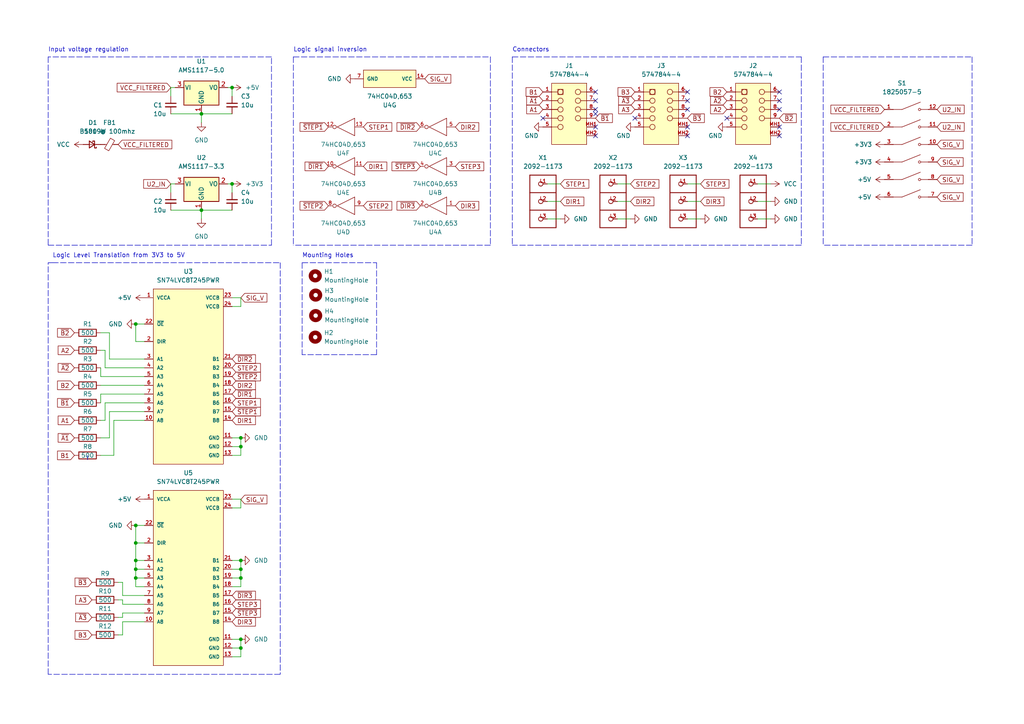
<source format=kicad_sch>
(kicad_sch (version 20211123) (generator eeschema)
  (paper "A4")
  (lib_symbols
    (symbol "1825057-5:1825057-5" (pin_names (offset 1.016) hide)
      (property "Reference" "S" (at -2.54 15.24 0))
      (property "Value" "1825057-5" (at -2.54 -15.24 0))
      (symbol "1825057-5_0_0"
        (pin passive line (at -7.62 12.7 0) (length 2.54) (name "~") (number "1"))
        (pin passive line (at 7.62 2.54 180) (length 2.54) (name "~") (number "10"))
        (pin passive line (at 7.62 7.62 180) (length 2.54) (name "~") (number "11"))
        (pin passive line (at 7.62 12.7 180) (length 2.54) (name "~") (number "12"))
        (pin passive line (at -7.62 7.62 0) (length 2.54) (name "~") (number "2"))
        (pin passive line (at -7.62 2.54 0) (length 2.54) (name "~") (number "3"))
        (pin passive line (at -7.62 -2.54 0) (length 2.54) (name "~") (number "4"))
        (pin passive line (at -7.62 -7.62 0) (length 2.54) (name "~") (number "5"))
        (pin passive line (at -7.62 -12.7 0) (length 2.54) (name "~") (number "6"))
        (pin passive line (at 7.62 -12.7 180) (length 2.54) (name "~") (number "7"))
        (pin passive line (at 7.62 -7.62 180) (length 2.54) (name "~") (number "8"))
        (pin passive line (at 7.62 -2.54 180) (length 2.54) (name "~") (number "9"))
      )
    )
    (symbol "2092-1173:2092-1173" (pin_names (offset 1.016) hide)
      (property "Reference" "X" (at -3.5306 8.9916 0))
      (property "Value" "2092-1173" (at -3.5306 -11.0236 0))
      (symbol "2092-1173_0_0"
        (pin bidirectional inverted (at 1.27 5.08 180) (length 2.54) (name "~") (number "L1"))
        (pin bidirectional inverted (at 1.27 0 180) (length 2.54) (name "~") (number "L2"))
        (pin bidirectional inverted (at 1.27 -5.08 180) (length 2.54) (name "~") (number "L3"))
      )
    )
    (symbol "5747844-4:5747844-4" (pin_names (offset 0))
      (property "Reference" "J" (at 0 5.08 0))
      (property "Value" "5747844-4" (at 0 7.62 0))
      (symbol "5747844-4_1_1"
        (pin unspecified line (at 0 0 0) (length 2.54) (name "1") (number "1"))
        (pin unspecified line (at 0 -2.54 0) (length 2.54) (name "2") (number "2"))
        (pin unspecified line (at 0 -5.08 0) (length 2.54) (name "3") (number "3"))
        (pin unspecified line (at 0 -7.62 0) (length 2.54) (name "4") (number "4"))
        (pin unspecified line (at 0 -10.16 0) (length 2.54) (name "5") (number "5"))
        (pin unspecified line (at 15.24 0 180) (length 2.54) (name "6") (number "6"))
        (pin unspecified line (at 15.24 -2.54 180) (length 2.54) (name "7") (number "7"))
        (pin unspecified line (at 15.24 -5.08 180) (length 2.54) (name "8") (number "8"))
        (pin unspecified line (at 15.24 -7.62 180) (length 2.54) (name "9") (number "9"))
        (pin unspecified line (at 15.24 -10.16 180) (length 2.54) (name "MH1") (number "MH1"))
        (pin unspecified line (at 15.24 -12.7 180) (length 2.54) (name "MH2") (number "MH2"))
      )
    )
    (symbol "74HC04D,653:74HC04D,653" (pin_names (offset 1.016))
      (property "Reference" "U" (at 0 5.08 0))
      (property "Value" "74HC04D,653" (at 0 7.62 0))
      (symbol "74HC04D,653_1_1"
        (pin input line (at 2.54 0 0) (length 2.54) (name "1A") (number "1"))
        (pin output line (at 12.7 0 180) (length 1.016) (name "1Y") (number "2"))
      )
      (symbol "74HC04D,653_2_1"
        (pin input line (at 2.54 0 0) (length 2.54) (name "2A") (number "3"))
        (pin output line (at 12.7 0 180) (length 1.016) (name "2Y") (number "4"))
      )
      (symbol "74HC04D,653_3_1"
        (pin input line (at 2.54 0 0) (length 2.54) (name "3A") (number "5"))
        (pin output line (at 12.7 0 180) (length 1.016) (name "3Y") (number "6"))
      )
      (symbol "74HC04D,653_4_1"
        (pin output line (at 12.7 0 180) (length 1.016) (name "4Y") (number "8"))
        (pin input line (at 2.54 0 0) (length 2.54) (name "4A") (number "9"))
      )
      (symbol "74HC04D,653_5_1"
        (pin output line (at 12.7 0 180) (length 1.016) (name "5Y") (number "10"))
        (pin input line (at 2.54 0 0) (length 2.54) (name "5A") (number "11"))
      )
      (symbol "74HC04D,653_6_1"
        (pin output line (at 12.7 0 180) (length 1.016) (name "6Y") (number "12"))
        (pin input line (at 2.54 0 0) (length 2.54) (name "6A") (number "13"))
      )
      (symbol "74HC04D,653_7_1"
        (pin power_in line (at 2.54 0 0) (length 2.54) (name "VCC") (number "14"))
        (pin power_in line (at 22.86 0 180) (length 2.54) (name "GND") (number "7"))
      )
    )
    (symbol "Device:C_Small" (pin_numbers hide) (pin_names (offset 0.254) hide)
      (property "Reference" "C" (at 0.254 1.778 0))
      (property "Value" "C_Small" (at 0.254 -2.032 0))
      (symbol "C_Small_1_1"
        (pin passive line (at 0 2.54 270) (length 2.032) (name "~") (number "1"))
        (pin passive line (at 0 -2.54 90) (length 2.032) (name "~") (number "2"))
      )
    )
    (symbol "Device:D_Schottky_Small" (pin_numbers hide) (pin_names (offset 0.254) hide)
      (property "Reference" "D" (at -1.27 2.032 0))
      (property "Value" "D_Schottky_Small" (at -7.112 -2.032 0))
      (symbol "D_Schottky_Small_1_1"
        (pin passive line (at -2.54 0 0) (length 1.778) (name "K") (number "1"))
        (pin passive line (at 2.54 0 180) (length 1.778) (name "A") (number "2"))
      )
    )
    (symbol "Device:FerriteBead_Small" (pin_numbers hide) (pin_names (offset 0))
      (property "Reference" "FB" (at 1.905 1.27 0))
      (property "Value" "FerriteBead_Small" (at 1.905 -1.27 0))
      (symbol "FerriteBead_Small_1_1"
        (pin passive line (at 0 2.54 270) (length 1.27) (name "~") (number "1"))
        (pin passive line (at 0 -2.54 90) (length 1.27) (name "~") (number "2"))
      )
    )
    (symbol "Device:R" (pin_numbers hide) (pin_names (offset 0))
      (property "Reference" "R" (at 2.032 0 90))
      (property "Value" "R" (at 0 0 90))
      (symbol "R_1_1"
        (pin passive line (at 0 3.81 270) (length 1.27) (name "~") (number "1"))
        (pin passive line (at 0 -3.81 90) (length 1.27) (name "~") (number "2"))
      )
    )
    (symbol "Mechanical:MountingHole" (pin_names (offset 1.016))
      (property "Reference" "H" (at 0 5.08 0))
      (property "Value" "MountingHole" (at 0 3.175 0))
    )
    (symbol "Regulator_Linear:AMS1117-3.3" (pin_names (offset 0.254))
      (property "Reference" "U" (at -3.81 3.175 0))
      (property "Value" "AMS1117-3.3" (at 0 3.175 0))
      (symbol "AMS1117-3.3_1_1"
        (pin power_in line (at 0 -7.62 90) (length 2.54) (name "GND") (number "1"))
        (pin power_out line (at 7.62 0 180) (length 2.54) (name "VO") (number "2"))
        (pin power_in line (at -7.62 0 0) (length 2.54) (name "VI") (number "3"))
      )
    )
    (symbol "Regulator_Linear:AMS1117-5.0" (pin_names (offset 0.254))
      (property "Reference" "U" (at -3.81 3.175 0))
      (property "Value" "AMS1117-5.0" (at 0 3.175 0))
      (symbol "AMS1117-5.0_1_1"
        (pin power_in line (at 0 -7.62 90) (length 2.54) (name "GND") (number "1"))
        (pin power_out line (at 7.62 0 180) (length 2.54) (name "VO") (number "2"))
        (pin power_in line (at -7.62 0 0) (length 2.54) (name "VI") (number "3"))
      )
    )
    (symbol "eec:SN74LVC8T245PWR" (pin_names (offset 1.016))
      (property "Reference" "U" (at 0 5.08 0))
      (property "Value" "SN74LVC8T245PWR" (at 0 7.62 0))
      (symbol "SN74LVC8T245PWR_1_1"
        (pin power_in line (at 2.54 0 0) (length 2.54) (name "VCCA") (number "1"))
        (pin bidirectional line (at 2.54 -35.56 0) (length 2.54) (name "A8") (number "10"))
        (pin power_in line (at 27.94 -40.64 180) (length 2.54) (name "GND") (number "11"))
        (pin power_in line (at 27.94 -43.18 180) (length 2.54) (name "GND") (number "12"))
        (pin power_in line (at 27.94 -45.72 180) (length 2.54) (name "GND") (number "13"))
        (pin bidirectional line (at 27.94 -35.56 180) (length 2.54) (name "B8") (number "14"))
        (pin bidirectional line (at 27.94 -33.02 180) (length 2.54) (name "B7") (number "15"))
        (pin bidirectional line (at 27.94 -30.48 180) (length 2.54) (name "B6") (number "16"))
        (pin bidirectional line (at 27.94 -27.94 180) (length 2.54) (name "B5") (number "17"))
        (pin bidirectional line (at 27.94 -25.4 180) (length 2.54) (name "B4") (number "18"))
        (pin bidirectional line (at 27.94 -22.86 180) (length 2.54) (name "B3") (number "19"))
        (pin input line (at 2.54 -12.7 0) (length 2.54) (name "DIR") (number "2"))
        (pin bidirectional line (at 27.94 -20.32 180) (length 2.54) (name "B2") (number "20"))
        (pin bidirectional line (at 27.94 -17.78 180) (length 2.54) (name "B1") (number "21"))
        (pin input line (at 2.54 -7.62 0) (length 2.54) (name "~{OE}") (number "22"))
        (pin power_in line (at 27.94 0 180) (length 2.54) (name "VCCB") (number "23"))
        (pin power_in line (at 27.94 -2.54 180) (length 2.54) (name "VCCB") (number "24"))
        (pin bidirectional line (at 2.54 -17.78 0) (length 2.54) (name "A1") (number "3"))
        (pin bidirectional line (at 2.54 -20.32 0) (length 2.54) (name "A2") (number "4"))
        (pin bidirectional line (at 2.54 -22.86 0) (length 2.54) (name "A3") (number "5"))
        (pin bidirectional line (at 2.54 -25.4 0) (length 2.54) (name "A4") (number "6"))
        (pin bidirectional line (at 2.54 -27.94 0) (length 2.54) (name "A5") (number "7"))
        (pin bidirectional line (at 2.54 -30.48 0) (length 2.54) (name "A6") (number "8"))
        (pin bidirectional line (at 2.54 -33.02 0) (length 2.54) (name "A7") (number "9"))
      )
    )
    (symbol "power:+3V3" (power) (pin_names (offset 0))
      (property "Value" "+3V3" (at 0 3.556 0))
      (symbol "+3V3_1_1"
        (pin power_in line (at 0 0 90) (length 0) hide (name "+3V3") (number "1"))
      )
    )
    (symbol "power:+5V" (power) (pin_names (offset 0))
      (property "Value" "+5V" (at 0 3.556 0))
      (symbol "+5V_1_1"
        (pin power_in line (at 0 0 90) (length 0) hide (name "+5V") (number "1"))
      )
    )
    (symbol "power:GND" (power) (pin_names (offset 0))
      (property "Value" "GND" (at 0 -3.81 0))
      (symbol "GND_1_1"
        (pin power_in line (at 0 0 270) (length 0) hide (name "GND") (number "1"))
      )
    )
    (symbol "power:VCC" (power) (pin_names (offset 0))
      (property "Value" "VCC" (at 0 3.81 0))
      (symbol "VCC_1_1"
        (pin power_in line (at 0 0 90) (length 0) hide (name "VCC") (number "1"))
      )
    )
  )
  (junction (at 58.42 33.02))
  (junction (at 39.37 93.98))
  (junction (at 69.85 187.96))
  (junction (at 69.85 165.1))
  (junction (at 39.37 152.4))
  (junction (at 69.85 129.54))
  (junction (at 39.37 162.56))
  (junction (at 69.85 162.56))
  (junction (at 39.37 157.48))
  (junction (at 58.42 60.96))
  (junction (at 39.37 167.64))
  (junction (at 39.37 165.1))
  (junction (at 69.85 167.64))
  (junction (at 67.31 53.34))
  (junction (at 69.85 185.42))
  (junction (at 67.31 25.4))
  (junction (at 69.85 127))
  (no_connect (at 226.06 26.67))
  (no_connect (at 226.06 31.75))
  (no_connect (at 199.39 31.75))
  (no_connect (at 172.72 33.02))
  (no_connect (at 172.72 31.75))
  (no_connect (at 157.48 34.29))
  (no_connect (at 172.72 36.83))
  (no_connect (at 172.72 39.37))
  (no_connect (at 199.39 29.21))
  (no_connect (at 226.06 39.37))
  (no_connect (at 210.82 34.29))
  (no_connect (at 199.39 39.37))
  (no_connect (at 172.72 26.67))
  (no_connect (at 172.72 29.21))
  (no_connect (at 226.06 29.21))
  (no_connect (at 226.06 36.83))
  (no_connect (at 199.39 26.67))
  (no_connect (at 199.39 36.83))
  (no_connect (at 184.15 34.29))
  (wire (pts (xy 67.31 147.32) (xy 69.85 147.32)))
  (wire (pts (xy 219.71 53.34) (xy 223.52 53.34)))
  (wire (pts (xy 66.04 25.4) (xy 67.31 25.4)))
  (polyline (pts (xy 232.41 16.51) (xy 232.41 71.12)))
  (polyline (pts (xy 142.24 16.51) (xy 142.24 71.12)))
  (wire (pts (xy 39.37 157.48) (xy 39.37 162.56)))
  (polyline (pts (xy 148.59 16.51) (xy 232.41 16.51)))
  (wire (pts (xy 31.75 96.52) (xy 31.75 104.14)))
  (wire (pts (xy 67.31 187.96) (xy 69.85 187.96)))
  (wire (pts (xy 39.37 99.06) (xy 41.91 99.06)))
  (polyline (pts (xy 81.28 195.58) (xy 13.97 195.58)))
  (wire (pts (xy 39.37 167.64) (xy 39.37 170.18)))
  (wire (pts (xy 158.75 58.42) (xy 162.56 58.42)))
  (polyline (pts (xy 281.94 71.12) (xy 238.76 71.12)))
  (wire (pts (xy 69.85 86.36) (xy 69.85 88.9)))
  (wire (pts (xy 69.85 144.78) (xy 69.85 147.32)))
  (polyline (pts (xy 13.97 195.58) (xy 13.97 76.2)))
  (wire (pts (xy 219.71 58.42) (xy 223.52 58.42)))
  (polyline (pts (xy 78.74 71.12) (xy 78.74 16.51)))
  (polyline (pts (xy 109.22 102.87) (xy 87.63 102.87)))
  (wire (pts (xy 35.56 175.26) (xy 41.91 175.26)))
  (wire (pts (xy 29.21 106.68) (xy 29.21 109.22)))
  (wire (pts (xy 31.75 127) (xy 31.75 119.38)))
  (wire (pts (xy 67.31 88.9) (xy 69.85 88.9)))
  (wire (pts (xy 34.29 173.99) (xy 35.56 173.99)))
  (wire (pts (xy 34.29 168.91) (xy 35.56 168.91)))
  (wire (pts (xy 67.31 165.1) (xy 69.85 165.1)))
  (wire (pts (xy 199.39 58.42) (xy 203.2 58.42)))
  (polyline (pts (xy 13.97 76.2) (xy 15.24 76.2)))
  (wire (pts (xy 34.29 184.15) (xy 35.56 184.15)))
  (wire (pts (xy 69.85 129.54) (xy 69.85 132.08)))
  (wire (pts (xy 219.71 63.5) (xy 223.52 63.5)))
  (wire (pts (xy 67.31 167.64) (xy 69.85 167.64)))
  (wire (pts (xy 31.75 119.38) (xy 41.91 119.38)))
  (wire (pts (xy 30.48 116.84) (xy 41.91 116.84)))
  (wire (pts (xy 67.31 27.94) (xy 67.31 25.4)))
  (wire (pts (xy 35.56 184.15) (xy 35.56 180.34)))
  (wire (pts (xy 69.85 187.96) (xy 69.85 190.5)))
  (wire (pts (xy 35.56 180.34) (xy 41.91 180.34)))
  (wire (pts (xy 69.85 167.64) (xy 69.85 170.18)))
  (wire (pts (xy 35.56 172.72) (xy 41.91 172.72)))
  (wire (pts (xy 29.21 132.08) (xy 33.02 132.08)))
  (polyline (pts (xy 13.97 71.12) (xy 78.74 71.12)))
  (wire (pts (xy 67.31 53.34) (xy 67.31 55.88)))
  (wire (pts (xy 49.53 25.4) (xy 50.8 25.4)))
  (wire (pts (xy 69.85 185.42) (xy 69.85 187.96)))
  (wire (pts (xy 67.31 185.42) (xy 69.85 185.42)))
  (wire (pts (xy 49.53 60.96) (xy 58.42 60.96)))
  (wire (pts (xy 30.48 101.6) (xy 30.48 106.68)))
  (wire (pts (xy 30.48 106.68) (xy 41.91 106.68)))
  (wire (pts (xy 39.37 165.1) (xy 41.91 165.1)))
  (wire (pts (xy 33.02 132.08) (xy 33.02 121.92)))
  (wire (pts (xy 35.56 177.8) (xy 41.91 177.8)))
  (wire (pts (xy 30.48 121.92) (xy 30.48 116.84)))
  (wire (pts (xy 35.56 168.91) (xy 35.56 172.72)))
  (wire (pts (xy 39.37 157.48) (xy 41.91 157.48)))
  (polyline (pts (xy 87.63 76.2) (xy 87.63 102.87)))
  (wire (pts (xy 29.21 114.3) (xy 41.91 114.3)))
  (polyline (pts (xy 13.97 41.91) (xy 13.97 71.12)))
  (wire (pts (xy 58.42 60.96) (xy 58.42 63.5)))
  (wire (pts (xy 66.04 53.34) (xy 67.31 53.34)))
  (wire (pts (xy 29.21 127) (xy 31.75 127)))
  (polyline (pts (xy 109.22 76.2) (xy 109.22 102.87)))
  (wire (pts (xy 158.75 63.5) (xy 162.56 63.5)))
  (wire (pts (xy 58.42 33.02) (xy 58.42 35.56)))
  (wire (pts (xy 67.31 162.56) (xy 69.85 162.56)))
  (polyline (pts (xy 25.4 132.08) (xy 25.4 133.35)))
  (wire (pts (xy 67.31 127) (xy 69.85 127)))
  (polyline (pts (xy 13.97 16.51) (xy 13.97 41.91)))
  (polyline (pts (xy 281.94 16.51) (xy 281.94 71.12)))
  (wire (pts (xy 199.39 63.5) (xy 203.2 63.5)))
  (wire (pts (xy 29.21 96.52) (xy 31.75 96.52)))
  (polyline (pts (xy 81.28 76.2) (xy 81.28 195.58)))
  (wire (pts (xy 29.21 101.6) (xy 30.48 101.6)))
  (polyline (pts (xy 87.63 76.2) (xy 109.22 76.2)))
  (polyline (pts (xy 78.74 16.51) (xy 13.97 16.51)))
  (wire (pts (xy 35.56 173.99) (xy 35.56 175.26)))
  (wire (pts (xy 179.07 63.5) (xy 182.88 63.5)))
  (wire (pts (xy 158.75 53.34) (xy 162.56 53.34)))
  (wire (pts (xy 69.85 127) (xy 69.85 129.54)))
  (wire (pts (xy 179.07 58.42) (xy 182.88 58.42)))
  (polyline (pts (xy 238.76 16.51) (xy 238.76 71.12)))
  (wire (pts (xy 67.31 190.5) (xy 69.85 190.5)))
  (wire (pts (xy 39.37 93.98) (xy 39.37 99.06)))
  (wire (pts (xy 29.21 111.76) (xy 41.91 111.76)))
  (polyline (pts (xy 15.24 76.2) (xy 81.28 76.2)))
  (wire (pts (xy 58.42 60.96) (xy 67.31 60.96)))
  (wire (pts (xy 33.02 121.92) (xy 41.91 121.92)))
  (wire (pts (xy 67.31 170.18) (xy 69.85 170.18)))
  (wire (pts (xy 67.31 144.78) (xy 69.85 144.78)))
  (wire (pts (xy 39.37 152.4) (xy 41.91 152.4)))
  (wire (pts (xy 39.37 170.18) (xy 41.91 170.18)))
  (polyline (pts (xy 85.09 16.51) (xy 142.24 16.51)))
  (wire (pts (xy 49.53 55.88) (xy 49.53 53.34)))
  (wire (pts (xy 29.21 121.92) (xy 30.48 121.92)))
  (wire (pts (xy 35.56 179.07) (xy 35.56 177.8)))
  (wire (pts (xy 67.31 86.36) (xy 69.85 86.36)))
  (wire (pts (xy 39.37 152.4) (xy 39.37 157.48)))
  (wire (pts (xy 49.53 53.34) (xy 50.8 53.34)))
  (wire (pts (xy 49.53 27.94) (xy 49.53 25.4)))
  (wire (pts (xy 39.37 162.56) (xy 39.37 165.1)))
  (wire (pts (xy 39.37 167.64) (xy 41.91 167.64)))
  (wire (pts (xy 49.53 33.02) (xy 58.42 33.02)))
  (wire (pts (xy 39.37 165.1) (xy 39.37 167.64)))
  (wire (pts (xy 29.21 116.84) (xy 29.21 114.3)))
  (wire (pts (xy 29.21 109.22) (xy 41.91 109.22)))
  (wire (pts (xy 69.85 165.1) (xy 69.85 167.64)))
  (polyline (pts (xy 142.24 71.12) (xy 85.09 71.12)))
  (wire (pts (xy 69.85 162.56) (xy 69.85 165.1)))
  (wire (pts (xy 67.31 132.08) (xy 69.85 132.08)))
  (polyline (pts (xy 238.76 16.51) (xy 281.94 16.51)))
  (wire (pts (xy 67.31 129.54) (xy 69.85 129.54)))
  (wire (pts (xy 199.39 53.34) (xy 203.2 53.34)))
  (polyline (pts (xy 85.09 16.51) (xy 85.09 71.12)))
  (wire (pts (xy 39.37 93.98) (xy 41.91 93.98)))
  (polyline (pts (xy 232.41 71.12) (xy 148.59 71.12)))
  (wire (pts (xy 58.42 33.02) (xy 67.31 33.02)))
  (wire (pts (xy 179.07 53.34) (xy 182.88 53.34)))
  (wire (pts (xy 31.75 104.14) (xy 41.91 104.14)))
  (wire (pts (xy 39.37 162.56) (xy 41.91 162.56)))
  (wire (pts (xy 34.29 179.07) (xy 35.56 179.07)))
  (polyline (pts (xy 148.59 16.51) (xy 148.59 71.12)))
  (text "Input voltage regulation\n" (at 13.97 15.24 0) (effects (font (size 1.27 1.27)) (justify left bottom)))
  (text "Mounting Holes" (at 87.63 74.93 0) (effects (font (size 1.27 1.27)) (justify left bottom)))
  (text "Logic Level Translation from 3V3 to 5V" (at 15.24 74.93 0) (effects (font (size 1.27 1.27)) (justify left bottom)))
  (text "Logic signal inversion" (at 85.09 15.24 0) (effects (font (size 1.27 1.27)) (justify left bottom)))
  (text "Connectors\n" (at 148.59 15.24 0) (effects (font (size 1.27 1.27)) (justify left bottom)))
  (global_label "~{STEP1}" (shape input) (at 67.31 119.38 0) (property "Intersheet References" "${INTERSHEET_REFS}" (effects hide)))
  (global_label "A3" (shape input) (at 184.15 31.75 180) (property "Intersheet References" "${INTERSHEET_REFS}" (effects hide)))
  (global_label "STEP2" (shape input) (at 105.41 59.69 0) (property "Intersheet References" "${INTERSHEET_REFS}" (effects hide)))
  (global_label "U2_IN" (shape input) (at 271.78 31.75 0) (property "Intersheet References" "${INTERSHEET_REFS}" (effects hide)))
  (global_label "~{A1}" (shape input) (at 157.48 29.21 180) (property "Intersheet References" "${INTERSHEET_REFS}" (effects hide)))
  (global_label "~{B1}" (shape input) (at 172.72 34.29 0) (property "Intersheet References" "${INTERSHEET_REFS}" (effects hide)))
  (global_label "STEP3" (shape input) (at 67.31 175.26 0) (property "Intersheet References" "${INTERSHEET_REFS}" (effects hide)))
  (global_label "SIG_V" (shape input) (at 69.85 86.36 0) (property "Intersheet References" "${INTERSHEET_REFS}" (effects hide)))
  (global_label "STEP1" (shape input) (at 105.41 36.83 0) (property "Intersheet References" "${INTERSHEET_REFS}" (effects hide)))
  (global_label "~{A1}" (shape input) (at 21.59 127 180) (property "Intersheet References" "${INTERSHEET_REFS}" (effects hide)))
  (global_label "DIR2" (shape input) (at 132.08 36.83 0) (property "Intersheet References" "${INTERSHEET_REFS}" (effects hide)))
  (global_label "~{B1}" (shape input) (at 21.59 116.84 180) (property "Intersheet References" "${INTERSHEET_REFS}" (effects hide)))
  (global_label "SIG_V" (shape input) (at 271.78 52.07 0) (property "Intersheet References" "${INTERSHEET_REFS}" (effects hide)))
  (global_label "~{A2}" (shape input) (at 21.59 106.68 180) (property "Intersheet References" "${INTERSHEET_REFS}" (effects hide)))
  (global_label "~{DIR1}" (shape input) (at 95.25 48.26 180) (property "Intersheet References" "${INTERSHEET_REFS}" (effects hide)))
  (global_label "B1" (shape input) (at 21.59 132.08 180) (property "Intersheet References" "${INTERSHEET_REFS}" (effects hide)))
  (global_label "~{A3}" (shape input) (at 184.15 29.21 180) (property "Intersheet References" "${INTERSHEET_REFS}" (effects hide)))
  (global_label "~{STEP2}" (shape input) (at 95.25 59.69 180) (property "Intersheet References" "${INTERSHEET_REFS}" (effects hide)))
  (global_label "SIG_V" (shape input) (at 271.78 41.91 0) (property "Intersheet References" "${INTERSHEET_REFS}" (effects hide)))
  (global_label "~{B2}" (shape input) (at 21.59 96.52 180) (property "Intersheet References" "${INTERSHEET_REFS}" (effects hide)))
  (global_label "~{B2}" (shape input) (at 226.06 34.29 0) (property "Intersheet References" "${INTERSHEET_REFS}" (effects hide)))
  (global_label "STEP3" (shape input) (at 203.2 53.34 0) (property "Intersheet References" "${INTERSHEET_REFS}" (effects hide)))
  (global_label "SIG_V" (shape input) (at 271.78 46.99 0) (property "Intersheet References" "${INTERSHEET_REFS}" (effects hide)))
  (global_label "B2" (shape input) (at 210.82 26.67 180) (property "Intersheet References" "${INTERSHEET_REFS}" (effects hide)))
  (global_label "~{DIR3}" (shape input) (at 67.31 172.72 0) (property "Intersheet References" "${INTERSHEET_REFS}" (effects hide)))
  (global_label "B2" (shape input) (at 21.59 111.76 180) (property "Intersheet References" "${INTERSHEET_REFS}" (effects hide)))
  (global_label "DIR1" (shape input) (at 105.41 48.26 0) (property "Intersheet References" "${INTERSHEET_REFS}" (effects hide)))
  (global_label "SIG_V" (shape input) (at 69.85 144.883 0) (property "Intersheet References" "${INTERSHEET_REFS}" (effects hide)))
  (global_label "VCC_FILTERED" (shape input) (at 34.29 41.91 0) (property "Intersheet References" "${INTERSHEET_REFS}" (effects hide)))
  (global_label "A2" (shape input) (at 210.82 31.75 180) (property "Intersheet References" "${INTERSHEET_REFS}" (effects hide)))
  (global_label "A3" (shape input) (at 26.67 173.99 180) (property "Intersheet References" "${INTERSHEET_REFS}" (effects hide)))
  (global_label "A1" (shape input) (at 21.59 121.92 180) (property "Intersheet References" "${INTERSHEET_REFS}" (effects hide)))
  (global_label "B3" (shape input) (at 26.67 184.15 180) (property "Intersheet References" "${INTERSHEET_REFS}" (effects hide)))
  (global_label "B3" (shape input) (at 184.15 26.67 180) (property "Intersheet References" "${INTERSHEET_REFS}" (effects hide)))
  (global_label "STEP3" (shape input) (at 132.08 48.26 0) (property "Intersheet References" "${INTERSHEET_REFS}" (effects hide)))
  (global_label "~{B3}" (shape input) (at 26.67 168.91 180) (property "Intersheet References" "${INTERSHEET_REFS}" (effects hide)))
  (global_label "~{DIR3}" (shape input) (at 121.92 59.69 180) (property "Intersheet References" "${INTERSHEET_REFS}" (effects hide)))
  (global_label "~{STEP2}" (shape input) (at 67.31 109.22 0) (property "Intersheet References" "${INTERSHEET_REFS}" (effects hide)))
  (global_label "~{DIR2}" (shape input) (at 67.31 104.14 0) (property "Intersheet References" "${INTERSHEET_REFS}" (effects hide)))
  (global_label "VCC_FILTERED" (shape input) (at 49.53 25.4 180) (property "Intersheet References" "${INTERSHEET_REFS}" (effects hide)))
  (global_label "B1" (shape input) (at 157.48 26.67 180) (property "Intersheet References" "${INTERSHEET_REFS}" (effects hide)))
  (global_label "~{STEP3}" (shape input) (at 121.92 48.26 180) (property "Intersheet References" "${INTERSHEET_REFS}" (effects hide)))
  (global_label "DIR2" (shape input) (at 182.88 58.42 0) (property "Intersheet References" "${INTERSHEET_REFS}" (effects hide)))
  (global_label "~{DIR2}" (shape input) (at 121.92 36.83 180) (property "Intersheet References" "${INTERSHEET_REFS}" (effects hide)))
  (global_label "VCC_FILTERED" (shape input) (at 256.54 36.83 180) (property "Intersheet References" "${INTERSHEET_REFS}" (effects hide)))
  (global_label "A1" (shape input) (at 157.48 31.75 180) (property "Intersheet References" "${INTERSHEET_REFS}" (effects hide)))
  (global_label "~{STEP3}" (shape input) (at 67.31 177.8 0) (property "Intersheet References" "${INTERSHEET_REFS}" (effects hide)))
  (global_label "STEP2" (shape input) (at 67.31 106.68 0) (property "Intersheet References" "${INTERSHEET_REFS}" (effects hide)))
  (global_label "~{A2}" (shape input) (at 210.82 29.21 180) (property "Intersheet References" "${INTERSHEET_REFS}" (effects hide)))
  (global_label "A2" (shape input) (at 21.59 101.6 180) (property "Intersheet References" "${INTERSHEET_REFS}" (effects hide)))
  (global_label "U2_IN" (shape input) (at 49.53 53.34 180) (property "Intersheet References" "${INTERSHEET_REFS}" (effects hide)))
  (global_label "DIR2" (shape input) (at 67.31 111.76 0) (property "Intersheet References" "${INTERSHEET_REFS}" (effects hide)))
  (global_label "STEP1" (shape input) (at 67.31 116.84 0) (property "Intersheet References" "${INTERSHEET_REFS}" (effects hide)))
  (global_label "~{A3}" (shape input) (at 26.67 179.07 180) (property "Intersheet References" "${INTERSHEET_REFS}" (effects hide)))
  (global_label "VCC_FILTERED" (shape input) (at 256.54 31.75 180) (property "Intersheet References" "${INTERSHEET_REFS}" (effects hide)))
  (global_label "~{B3}" (shape input) (at 199.39 34.29 0) (property "Intersheet References" "${INTERSHEET_REFS}" (effects hide)))
  (global_label "SIG_V" (shape input) (at 123.19 22.86 0) (property "Intersheet References" "${INTERSHEET_REFS}" (effects hide)))
  (global_label "STEP1" (shape input) (at 162.56 53.34 0) (property "Intersheet References" "${INTERSHEET_REFS}" (effects hide)))
  (global_label "~{DIR1}" (shape input) (at 67.31 114.3 0) (property "Intersheet References" "${INTERSHEET_REFS}" (effects hide)))
  (global_label "DIR1" (shape input) (at 162.56 58.42 0) (property "Intersheet References" "${INTERSHEET_REFS}" (effects hide)))
  (global_label "DIR3" (shape input) (at 132.08 59.69 0) (property "Intersheet References" "${INTERSHEET_REFS}" (effects hide)))
  (global_label "STEP2" (shape input) (at 182.88 53.34 0) (property "Intersheet References" "${INTERSHEET_REFS}" (effects hide)))
  (global_label "DIR3" (shape input) (at 67.31 180.34 0) (property "Intersheet References" "${INTERSHEET_REFS}" (effects hide)))
  (global_label "~{STEP1}" (shape input) (at 95.25 36.83 180) (property "Intersheet References" "${INTERSHEET_REFS}" (effects hide)))
  (global_label "DIR1" (shape input) (at 67.31 121.92 0) (property "Intersheet References" "${INTERSHEET_REFS}" (effects hide)))
  (global_label "SIG_V" (shape input) (at 271.78 57.15 0) (property "Intersheet References" "${INTERSHEET_REFS}" (effects hide)))
  (global_label "DIR3" (shape input) (at 203.2 58.42 0) (property "Intersheet References" "${INTERSHEET_REFS}" (effects hide)))
  (global_label "U2_IN" (shape input) (at 271.78 36.83 0) (property "Intersheet References" "${INTERSHEET_REFS}" (effects hide)))
  (symbol (lib_id "Device:R") (at 25.4 101.6 90) (unit 1)
    (property "Reference" "R2" (at 25.4 99.06 90))
    (property "Value" "500" (at 25.4 101.6 90))
    (property "Footprint" "Resistor_SMD:R_0805_2012Metric" (effects hide))
  )
  (symbol (lib_id "Device:R") (at 30.48 179.07 90) (unit 1)
    (property "Reference" "R11" (at 30.48 176.53 90))
    (property "Value" "500" (at 30.48 179.07 90))
    (property "Footprint" "Resistor_SMD:R_0805_2012Metric" (effects hide))
  )
  (symbol (lib_id "power:GND") (at 69.85 127 90) (unit 1)
    (property "Reference" "#PWR07" (effects hide))
    (property "Value" "GND" (at 73.66 126.9999 90) (effects (justify right)))
  )
  (symbol (lib_id "power:GND") (at 184.15 36.83 270) (unit 1)
    (property "Reference" "#PWR0108" (effects hide))
    (property "Value" "GND" (at 182.88 39.37 90) (effects (justify right)))
  )
  (symbol (lib_id "Regulator_Linear:AMS1117-3.3") (at 58.42 53.34 0) (unit 1)
    (property "Reference" "U2" (at 58.42 45.72 0))
    (property "Value" "AMS1117-3.3" (at 58.42 48.26 0))
    (property "Footprint" "Package_TO_SOT_SMD:SOT-223-3_TabPin2" (effects hide))
    (property "Datasheet" "http://www.advanced-monolithic.com/pdf/ds1117.pdf" (effects hide))
  )
  (symbol (lib_id "power:+3V3") (at 256.54 41.91 90) (unit 1)
    (property "Reference" "#PWR02" (effects hide))
    (property "Value" "+3V3" (at 247.65 41.91 90) (effects (justify right)))
  )
  (symbol (lib_id "Device:R") (at 25.4 132.08 90) (unit 1)
    (property "Reference" "R8" (at 25.4 129.54 90))
    (property "Value" "500" (at 25.4 132.08 90))
    (property "Footprint" "Resistor_SMD:R_0805_2012Metric" (effects hide))
  )
  (symbol (lib_id "Device:C_Small") (at 67.31 30.48 0) (unit 1)
    (property "Reference" "C3" (at 69.85 27.94 0) (effects (justify left)))
    (property "Value" "10u" (at 69.85 30.48 0) (effects (justify left)))
    (property "Footprint" "Capacitor_SMD:C_1206_3216Metric" (effects hide))
  )
  (symbol (lib_id "Device:R") (at 25.4 96.52 90) (unit 1)
    (property "Reference" "R1" (at 25.4 93.98 90))
    (property "Value" "500" (at 25.4 96.52 90))
    (property "Footprint" "Resistor_SMD:R_0805_2012Metric" (effects hide))
  )
  (symbol (lib_id "Mechanical:MountingHole") (at 91.5554 91.5368 0) (unit 1)
    (property "Reference" "H4" (at 94.0954 90.2667 0) (effects (justify left)))
    (property "Value" "MountingHole" (at 94.0954 92.8067 0) (effects (justify left)))
    (property "Footprint" "MountingHole:MountingHole_4.3mm_M4_Pad_Via" (effects hide))
  )
  (symbol (lib_id "74HC04D,653:74HC04D,653") (at 125.73 22.86 180) (unit 7)
    (property "Reference" "U4" (at 113.03 30.48 0))
    (property "Value" "74HC04D,653" (at 113.03 27.94 0))
    (property "Footprint" "Package_SO:SOIC-14_3.9x8.7mm_P1.27mm" (effects hide))
    (property "Datasheet" "https://assets.nexperia.com/documents/data-sheet/74HC_HCT04.pdf" (effects hide))
    (property "ambient temperature range high" "+125°C" (effects hide))
    (property "ambient temperature range low" "-40°C" (effects hide))
    (property "automotive" "No" (effects hide))
    (property "category" "IC" (effects hide))
    (property "device class L1" "Integrated Circuits (ICs)" (effects hide))
    (property "device class L2" "Logic ICs" (effects hide))
    (property "device class L3" "Logic Gates" (effects hide))
    (property "digikey description" "IC INVERTER 6CH 6-INP 14SO" (effects hide))
    (property "digikey part number" "1727-2776-1-ND" (effects hide))
    (property "footprint url" "https://assets.nexperia.com/documents/outline-drawing/SOT108-1.pdf" (effects hide))
    (property "frequency" "36MHz" (effects hide))
    (property "height" "1.75mm" (effects hide))
    (property "lead free" "Yes" (effects hide))
    (property "library id" "f568b48e7679dd84" (effects hide))
    (property "logic function desc" "Inverting" (effects hide))
    (property "manufacturer" "Nexperia" (effects hide))
    (property "max supply voltage" "6V" (effects hide))
    (property "min supply voltage" "2V" (effects hide))
    (property "mouser description" "74HC Series 6 V High Speed Si-Gate CMOS Hex Inverter Surface Mount - SOIC-14" (effects hide))
    (property "mouser part number" "771-74HC04D-T" (effects hide))
    (property "nominal supply current" "2-40uA" (effects hide))
    (property "number of circuits" "6" (effects hide))
    (property "number of inputs" "1" (effects hide))
    (property "number of outputs" "1" (effects hide))
    (property "package" "SO14" (effects hide))
    (property "propagation delay" "7ns" (effects hide))
    (property "rohs" "Yes" (effects hide))
    (property "standoff height" "0.1mm" (effects hide))
    (property "temperature range high" "+125°C" (effects hide))
    (property "temperature range low" "-40°C" (effects hide))
  )
  (symbol (lib_id "Mechanical:MountingHole") (at 91.44 80.01 0) (unit 1)
    (property "Reference" "H1" (at 93.98 78.7399 0) (effects (justify left)))
    (property "Value" "MountingHole" (at 93.98 81.2799 0) (effects (justify left)))
    (property "Footprint" "MountingHole:MountingHole_4.3mm_M4_Pad_Via" (effects hide))
  )
  (symbol (lib_id "74HC04D,653:74HC04D,653") (at 134.62 36.83 180) (unit 3)
    (property "Reference" "U4" (at 126.238 44.45 0))
    (property "Value" "74HC04D,653" (at 126.238 41.91 0))
    (property "Footprint" "Package_SO:SOIC-14_3.9x8.7mm_P1.27mm" (effects hide))
    (property "Datasheet" "https://assets.nexperia.com/documents/data-sheet/74HC_HCT04.pdf" (effects hide))
    (property "ambient temperature range high" "+125°C" (effects hide))
    (property "ambient temperature range low" "-40°C" (effects hide))
    (property "automotive" "No" (effects hide))
    (property "category" "IC" (effects hide))
    (property "device class L1" "Integrated Circuits (ICs)" (effects hide))
    (property "device class L2" "Logic ICs" (effects hide))
    (property "device class L3" "Logic Gates" (effects hide))
    (property "digikey description" "IC INVERTER 6CH 6-INP 14SO" (effects hide))
    (property "digikey part number" "1727-2776-1-ND" (effects hide))
    (property "footprint url" "https://assets.nexperia.com/documents/outline-drawing/SOT108-1.pdf" (effects hide))
    (property "frequency" "36MHz" (effects hide))
    (property "height" "1.75mm" (effects hide))
    (property "lead free" "Yes" (effects hide))
    (property "library id" "f568b48e7679dd84" (effects hide))
    (property "logic function desc" "Inverting" (effects hide))
    (property "manufacturer" "Nexperia" (effects hide))
    (property "max supply voltage" "6V" (effects hide))
    (property "min supply voltage" "2V" (effects hide))
    (property "mouser description" "74HC Series 6 V High Speed Si-Gate CMOS Hex Inverter Surface Mount - SOIC-14" (effects hide))
    (property "mouser part number" "771-74HC04D-T" (effects hide))
    (property "nominal supply current" "2-40uA" (effects hide))
    (property "number of circuits" "6" (effects hide))
    (property "number of inputs" "1" (effects hide))
    (property "number of outputs" "1" (effects hide))
    (property "package" "SO14" (effects hide))
    (property "propagation delay" "7ns" (effects hide))
    (property "rohs" "Yes" (effects hide))
    (property "standoff height" "0.1mm" (effects hide))
    (property "temperature range high" "+125°C" (effects hide))
    (property "temperature range low" "-40°C" (effects hide))
  )
  (symbol (lib_id "74HC04D,653:74HC04D,653") (at 107.95 48.26 180) (unit 5)
    (property "Reference" "U4" (at 99.568 55.88 0))
    (property "Value" "74HC04D,653" (at 99.568 53.34 0))
    (property "Footprint" "Package_SO:SOIC-14_3.9x8.7mm_P1.27mm" (effects hide))
    (property "Datasheet" "https://assets.nexperia.com/documents/data-sheet/74HC_HCT04.pdf" (effects hide))
    (property "ambient temperature range high" "+125°C" (effects hide))
    (property "ambient temperature range low" "-40°C" (effects hide))
    (property "automotive" "No" (effects hide))
    (property "category" "IC" (effects hide))
    (property "device class L1" "Integrated Circuits (ICs)" (effects hide))
    (property "device class L2" "Logic ICs" (effects hide))
    (property "device class L3" "Logic Gates" (effects hide))
    (property "digikey description" "IC INVERTER 6CH 6-INP 14SO" (effects hide))
    (property "digikey part number" "1727-2776-1-ND" (effects hide))
    (property "footprint url" "https://assets.nexperia.com/documents/outline-drawing/SOT108-1.pdf" (effects hide))
    (property "frequency" "36MHz" (effects hide))
    (property "height" "1.75mm" (effects hide))
    (property "lead free" "Yes" (effects hide))
    (property "library id" "f568b48e7679dd84" (effects hide))
    (property "logic function desc" "Inverting" (effects hide))
    (property "manufacturer" "Nexperia" (effects hide))
    (property "max supply voltage" "6V" (effects hide))
    (property "min supply voltage" "2V" (effects hide))
    (property "mouser description" "74HC Series 6 V High Speed Si-Gate CMOS Hex Inverter Surface Mount - SOIC-14" (effects hide))
    (property "mouser part number" "771-74HC04D-T" (effects hide))
    (property "nominal supply current" "2-40uA" (effects hide))
    (property "number of circuits" "6" (effects hide))
    (property "number of inputs" "1" (effects hide))
    (property "number of outputs" "1" (effects hide))
    (property "package" "SO14" (effects hide))
    (property "propagation delay" "7ns" (effects hide))
    (property "rohs" "Yes" (effects hide))
    (property "standoff height" "0.1mm" (effects hide))
    (property "temperature range high" "+125°C" (effects hide))
    (property "temperature range low" "-40°C" (effects hide))
  )
  (symbol (lib_id "Device:D_Schottky_Small") (at 26.67 41.91 180) (unit 1)
    (property "Reference" "D1" (at 26.924 35.56 0))
    (property "Value" "B5819W" (at 26.924 38.1 0))
    (property "Footprint" "Diode_SMD:D_SOD-123" (effects hide))
  )
  (symbol (lib_id "Device:C_Small") (at 49.53 30.48 0) (unit 1)
    (property "Reference" "C1" (at 44.45 30.48 0) (effects (justify left)))
    (property "Value" "10u" (at 44.45 33.02 0) (effects (justify left)))
    (property "Footprint" "Capacitor_SMD:C_1206_3216Metric" (effects hide))
  )
  (symbol (lib_id "power:GND") (at 162.56 63.5 90) (unit 1)
    (property "Reference" "#PWR0111" (effects hide))
    (property "Value" "GND" (at 166.37 63.4999 90) (effects (justify right)))
  )
  (symbol (lib_id "Device:R") (at 25.4 106.68 90) (unit 1)
    (property "Reference" "R3" (at 25.4 104.14 90))
    (property "Value" "500" (at 25.4 106.68 90))
    (property "Footprint" "Resistor_SMD:R_0805_2012Metric" (effects hide))
  )
  (symbol (lib_id "5747844-4:5747844-4") (at 210.82 26.67 0) (unit 1)
    (property "Reference" "J2" (at 218.44 19.05 0))
    (property "Value" "5747844-4" (at 218.44 21.59 0))
    (property "Footprint" "5747844-4:TE_Connectivity-5747844-4-0" (effects hide))
    (property "Datasheet" "http://www.te.com/commerce/DocumentDelivery/DDEController?Action=srchrtrv&DocNm=5747844&DocType=Customer+Drawing&DocLang=English" (effects hide))
    (property "category" "Conn" (effects hide))
    (property "library id" "c80b06593698a93e" (effects hide))
    (property "manufacturer" "TE Connectivity" (effects hide))
    (property "package" "5747844-4" (effects hide))
    (property "vault revision" "E4018071-4E1E-47EA-A3F9-E63F832A3787" (effects hide))
    (property "imported" "yes" (effects hide))
  )
  (symbol (lib_id "eec:SN74LVC8T245PWR") (at 39.37 86.36 0) (unit 1)
    (property "Reference" "U3" (at 54.61 78.74 0))
    (property "Value" "SN74LVC8T245PWR" (at 54.61 81.28 0))
    (property "Footprint" "Package_SO:TSSOP-24_4.4x7.8mm_P0.65mm" (effects hide))
    (property "Datasheet" "http://www.ti.com/lit/ds/symlink/sn74lvc8t245.pdf" (effects hide))
    (property "ambient temperature range high" "+85°C" (effects hide))
    (property "ambient temperature range low" "-40°C" (effects hide))
    (property "automotive" "No" (effects hide))
    (property "category" "IC" (effects hide))
    (property "device class L1" "Integrated Circuits (ICs)" (effects hide))
    (property "device class L2" "Logic ICs" (effects hide))
    (property "device class L3" "Voltage Level Shifters" (effects hide))
    (property "digikey description" "IC TRNSLTR BIDIRECTIONAL 24TSSOP" (effects hide))
    (property "digikey part number" "296-18593-1-ND" (effects hide))
    (property "height" "1.2mm" (effects hide))
    (property "ipc land pattern name" "SOP65P640X120-24" (effects hide))
    (property "lead free" "Yes" (effects hide))
    (property "library id" "2abec525c57a901f" (effects hide))
    (property "logic function desc" "Non-Inverting" (effects hide))
    (property "manufacturer" "Texas Instruments" (effects hide))
    (property "max supply voltage" "5.5V" (effects hide))
    (property "min supply voltage" "1.65V" (effects hide))
    (property "mouser description" "Translation - Voltage Levels 8-Bit Dual-Supply Bus Xcvr" (effects hide))
    (property "mouser part number" "595-SN74LVC8T245PWR" (effects hide))
    (property "nominal supply current" "25uA" (effects hide))
    (property "number of circuits" "1" (effects hide))
    (property "number of inputs" "8" (effects hide))
    (property "number of outputs" "8" (effects hide))
    (property "package" "TSSOP24" (effects hide))
    (property "propagation delay" "4.3ns" (effects hide))
    (property "rohs" "Yes" (effects hide))
    (property "standoff height" "0.05mm" (effects hide))
    (property "temperature range high" "+85°C" (effects hide))
    (property "temperature range low" "-40°C" (effects hide))
    (property "v a max" "5.5V" (effects hide))
    (property "v a min" "1.65V" (effects hide))
    (property "v b max" "5.5V" (effects hide))
    (property "v b min" "1.65V" (effects hide))
  )
  (symbol (lib_id "power:VCC") (at 24.13 41.91 90) (unit 1)
    (property "Reference" "#PWR01" (effects hide))
    (property "Value" "VCC" (at 20.32 41.9099 90) (effects (justify left)))
  )
  (symbol (lib_id "power:GND") (at 223.52 63.5 90) (unit 1)
    (property "Reference" "#PWR0105" (effects hide))
    (property "Value" "GND" (at 227.33 63.4999 90) (effects (justify right)))
  )
  (symbol (lib_id "power:GND") (at 210.82 36.83 270) (unit 1)
    (property "Reference" "#PWR0109" (effects hide))
    (property "Value" "GND" (at 209.55 39.37 90) (effects (justify right)))
  )
  (symbol (lib_id "2092-1173:2092-1173") (at 157.48 58.42 0) (unit 1)
    (property "Reference" "X1" (at 157.48 45.72 0))
    (property "Value" "2092-1173" (at 157.48 48.26 0))
    (property "Footprint" "2092-1173:P-2092-1173" (effects hide))
  )
  (symbol (lib_id "power:GND") (at 102.87 22.86 270) (unit 1)
    (property "Reference" "#PWR0101" (effects hide))
    (property "Value" "GND" (at 99.06 22.8599 90) (effects (justify right)))
  )
  (symbol (lib_id "power:+5V") (at 67.31 25.4 270) (unit 1)
    (property "Reference" "#PWR0131" (effects hide))
    (property "Value" "+5V" (at 71.12 25.3999 90) (effects (justify left)))
  )
  (symbol (lib_id "power:+3V3") (at 67.31 53.34 270) (unit 1)
    (property "Reference" "#PWR09" (effects hide))
    (property "Value" "+3V3" (at 71.12 53.3399 90) (effects (justify left)))
  )
  (symbol (lib_id "2092-1173:2092-1173") (at 198.12 58.42 0) (unit 1)
    (property "Reference" "X3" (at 198.12 45.72 0))
    (property "Value" "2092-1173" (at 198.12 48.26 0))
    (property "Footprint" "2092-1173:P-2092-1173" (effects hide))
  )
  (symbol (lib_id "5747844-4:5747844-4") (at 157.48 26.67 0) (unit 1)
    (property "Reference" "J1" (at 165.1 19.05 0))
    (property "Value" "5747844-4" (at 165.1 21.59 0))
    (property "Footprint" "5747844-4:TE_Connectivity-5747844-4-0" (effects hide))
    (property "Datasheet" "http://www.te.com/commerce/DocumentDelivery/DDEController?Action=srchrtrv&DocNm=5747844&DocType=Customer+Drawing&DocLang=English" (effects hide))
    (property "category" "Conn" (effects hide))
    (property "library id" "c80b06593698a93e" (effects hide))
    (property "manufacturer" "TE Connectivity" (effects hide))
    (property "package" "5747844-4" (effects hide))
    (property "vault revision" "E4018071-4E1E-47EA-A3F9-E63F832A3787" (effects hide))
    (property "imported" "yes" (effects hide))
  )
  (symbol (lib_id "1825057-5:1825057-5") (at 264.16 44.45 0) (unit 1)
    (property "Reference" "S1" (at 261.62 24.13 0))
    (property "Value" "1825057-5" (at 261.62 26.67 0))
    (property "Footprint" "1825057-5:DIP762W56P254L1772H585Q12" (effects hide))
    (property "EU_RoHS_Compliance" "Compliant" (effects hide))
    (property "Comment" "1825057-5" (effects hide))
  )
  (symbol (lib_id "Device:FerriteBead_Small") (at 31.75 41.91 270) (unit 1)
    (property "Reference" "FB1" (at 31.7881 35.56 90))
    (property "Value" "100 @ 100mhz" (at 31.7881 38.1 90))
    (property "Footprint" "Inductor_SMD:L_0805_2012Metric" (effects hide))
  )
  (symbol (lib_id "Regulator_Linear:AMS1117-5.0") (at 58.42 25.4 0) (unit 1)
    (property "Reference" "U1" (at 58.42 17.78 0))
    (property "Value" "AMS1117-5.0" (at 58.42 20.32 0))
    (property "Footprint" "Package_TO_SOT_SMD:SOT-223-3_TabPin2" (effects hide))
    (property "Datasheet" "http://www.advanced-monolithic.com/pdf/ds1117.pdf" (effects hide))
  )
  (symbol (lib_id "Mechanical:MountingHole") (at 91.44 97.79 0) (unit 1)
    (property "Reference" "H2" (at 93.98 96.5199 0) (effects (justify left)))
    (property "Value" "MountingHole" (at 93.98 99.0599 0) (effects (justify left)))
    (property "Footprint" "MountingHole:MountingHole_4.3mm_M4_Pad_Via" (effects hide))
  )
  (symbol (lib_id "Device:R") (at 25.4 127 90) (unit 1)
    (property "Reference" "R7" (at 25.4 124.46 90))
    (property "Value" "500" (at 25.4 127 90))
    (property "Footprint" "Resistor_SMD:R_0805_2012Metric" (effects hide))
  )
  (symbol (lib_id "Device:R") (at 30.48 173.99 90) (unit 1)
    (property "Reference" "R10" (at 30.48 171.45 90))
    (property "Value" "500" (at 30.48 173.99 90))
    (property "Footprint" "Resistor_SMD:R_0805_2012Metric" (effects hide))
  )
  (symbol (lib_id "power:GND") (at 182.88 63.5 90) (unit 1)
    (property "Reference" "#PWR0110" (effects hide))
    (property "Value" "GND" (at 186.69 63.4999 90) (effects (justify right)))
  )
  (symbol (lib_id "Device:R") (at 25.4 111.76 90) (unit 1)
    (property "Reference" "R4" (at 25.4 109.22 90))
    (property "Value" "500" (at 25.4 111.76 90))
    (property "Footprint" "Resistor_SMD:R_0805_2012Metric" (effects hide))
  )
  (symbol (lib_id "power:GND") (at 69.85 162.56 90) (unit 1)
    (property "Reference" "#PWR0128" (effects hide))
    (property "Value" "GND" (at 73.66 162.5599 90) (effects (justify right)))
  )
  (symbol (lib_id "power:+5V") (at 41.91 144.78 90) (unit 1)
    (property "Reference" "#PWR0119" (effects hide))
    (property "Value" "+5V" (at 38.1 144.7799 90) (effects (justify left)))
  )
  (symbol (lib_id "power:GND") (at 39.37 152.4 270) (unit 1)
    (property "Reference" "#PWR0118" (effects hide))
    (property "Value" "GND" (at 35.56 152.3999 90) (effects (justify right)))
  )
  (symbol (lib_id "power:GND") (at 157.48 36.83 270) (unit 1)
    (property "Reference" "#PWR0107" (effects hide))
    (property "Value" "GND" (at 156.21 39.37 90) (effects (justify right)))
  )
  (symbol (lib_id "power:+5V") (at 256.54 52.07 90) (unit 1)
    (property "Reference" "#PWR06" (effects hide))
    (property "Value" "+5V" (at 252.73 52.0699 90) (effects (justify left)))
  )
  (symbol (lib_id "Device:C_Small") (at 67.31 58.42 0) (unit 1)
    (property "Reference" "C4" (at 69.85 55.88 0) (effects (justify left)))
    (property "Value" "10u" (at 69.85 58.42 0) (effects (justify left)))
    (property "Footprint" "Capacitor_SMD:C_1206_3216Metric" (effects hide))
  )
  (symbol (lib_id "2092-1173:2092-1173") (at 218.44 58.42 0) (unit 1)
    (property "Reference" "X4" (at 218.44 45.72 0))
    (property "Value" "2092-1173" (at 218.44 48.26 0))
    (property "Footprint" "2092-1173:P-2092-1173" (effects hide))
  )
  (symbol (lib_id "5747844-4:5747844-4") (at 184.15 26.67 0) (unit 1)
    (property "Reference" "J3" (at 191.77 19.05 0))
    (property "Value" "5747844-4" (at 191.77 21.59 0))
    (property "Footprint" "5747844-4:TE_Connectivity-5747844-4-0" (effects hide))
    (property "Datasheet" "http://www.te.com/commerce/DocumentDelivery/DDEController?Action=srchrtrv&DocNm=5747844&DocType=Customer+Drawing&DocLang=English" (effects hide))
    (property "category" "Conn" (effects hide))
    (property "library id" "c80b06593698a93e" (effects hide))
    (property "manufacturer" "TE Connectivity" (effects hide))
    (property "package" "5747844-4" (effects hide))
    (property "vault revision" "E4018071-4E1E-47EA-A3F9-E63F832A3787" (effects hide))
    (property "imported" "yes" (effects hide))
  )
  (symbol (lib_id "power:GND") (at 203.2 63.5 90) (unit 1)
    (property "Reference" "#PWR0103" (effects hide))
    (property "Value" "GND" (at 207.01 63.4999 90) (effects (justify right)))
  )
  (symbol (lib_id "74HC04D,653:74HC04D,653") (at 134.62 48.26 180) (unit 2)
    (property "Reference" "U4" (at 126.238 55.88 0))
    (property "Value" "74HC04D,653" (at 126.238 53.34 0))
    (property "Footprint" "Package_SO:SOIC-14_3.9x8.7mm_P1.27mm" (effects hide))
    (property "Datasheet" "https://assets.nexperia.com/documents/data-sheet/74HC_HCT04.pdf" (effects hide))
    (property "ambient temperature range high" "+125°C" (effects hide))
    (property "ambient temperature range low" "-40°C" (effects hide))
    (property "automotive" "No" (effects hide))
    (property "category" "IC" (effects hide))
    (property "device class L1" "Integrated Circuits (ICs)" (effects hide))
    (property "device class L2" "Logic ICs" (effects hide))
    (property "device class L3" "Logic Gates" (effects hide))
    (property "digikey description" "IC INVERTER 6CH 6-INP 14SO" (effects hide))
    (property "digikey part number" "1727-2776-1-ND" (effects hide))
    (property "footprint url" "https://assets.nexperia.com/documents/outline-drawing/SOT108-1.pdf" (effects hide))
    (property "frequency" "36MHz" (effects hide))
    (property "height" "1.75mm" (effects hide))
    (property "lead free" "Yes" (effects hide))
    (property "library id" "f568b48e7679dd84" (effects hide))
    (property "logic function desc" "Inverting" (effects hide))
    (property "manufacturer" "Nexperia" (effects hide))
    (property "max supply voltage" "6V" (effects hide))
    (property "min supply voltage" "2V" (effects hide))
    (property "mouser description" "74HC Series 6 V High Speed Si-Gate CMOS Hex Inverter Surface Mount - SOIC-14" (effects hide))
    (property "mouser part number" "771-74HC04D-T" (effects hide))
    (property "nominal supply current" "2-40uA" (effects hide))
    (property "number of circuits" "6" (effects hide))
    (property "number of inputs" "1" (effects hide))
    (property "number of outputs" "1" (effects hide))
    (property "package" "SO14" (effects hide))
    (property "propagation delay" "7ns" (effects hide))
    (property "rohs" "Yes" (effects hide))
    (property "standoff height" "0.1mm" (effects hide))
    (property "temperature range high" "+125°C" (effects hide))
    (property "temperature range low" "-40°C" (effects hide))
  )
  (symbol (lib_id "eec:SN74LVC8T245PWR") (at 39.37 144.78 0) (unit 1)
    (property "Reference" "U5" (at 54.61 137.16 0))
    (property "Value" "SN74LVC8T245PWR" (at 54.61 139.7 0))
    (property "Footprint" "Package_SO:TSSOP-24_4.4x7.8mm_P0.65mm" (effects hide))
    (property "Datasheet" "http://www.ti.com/lit/ds/symlink/sn74lvc8t245.pdf" (effects hide))
    (property "ambient temperature range high" "+85°C" (effects hide))
    (property "ambient temperature range low" "-40°C" (effects hide))
    (property "automotive" "No" (effects hide))
    (property "category" "IC" (effects hide))
    (property "device class L1" "Integrated Circuits (ICs)" (effects hide))
    (property "device class L2" "Logic ICs" (effects hide))
    (property "device class L3" "Voltage Level Shifters" (effects hide))
    (property "digikey description" "IC TRNSLTR BIDIRECTIONAL 24TSSOP" (effects hide))
    (property "digikey part number" "296-18593-1-ND" (effects hide))
    (property "height" "1.2mm" (effects hide))
    (property "ipc land pattern name" "SOP65P640X120-24" (effects hide))
    (property "lead free" "Yes" (effects hide))
    (property "library id" "2abec525c57a901f" (effects hide))
    (property "logic function desc" "Non-Inverting" (effects hide))
    (property "manufacturer" "Texas Instruments" (effects hide))
    (property "max supply voltage" "5.5V" (effects hide))
    (property "min supply voltage" "1.65V" (effects hide))
    (property "mouser description" "Translation - Voltage Levels 8-Bit Dual-Supply Bus Xcvr" (effects hide))
    (property "mouser part number" "595-SN74LVC8T245PWR" (effects hide))
    (property "nominal supply current" "25uA" (effects hide))
    (property "number of circuits" "1" (effects hide))
    (property "number of inputs" "8" (effects hide))
    (property "number of outputs" "8" (effects hide))
    (property "package" "TSSOP24" (effects hide))
    (property "propagation delay" "4.3ns" (effects hide))
    (property "rohs" "Yes" (effects hide))
    (property "standoff height" "0.05mm" (effects hide))
    (property "temperature range high" "+85°C" (effects hide))
    (property "temperature range low" "-40°C" (effects hide))
    (property "v a max" "5.5V" (effects hide))
    (property "v a min" "1.65V" (effects hide))
    (property "v b max" "5.5V" (effects hide))
    (property "v b min" "1.65V" (effects hide))
  )
  (symbol (lib_id "74HC04D,653:74HC04D,653") (at 107.95 59.69 180) (unit 4)
    (property "Reference" "U4" (at 99.568 67.31 0))
    (property "Value" "74HC04D,653" (at 99.568 64.77 0))
    (property "Footprint" "Package_SO:SOIC-14_3.9x8.7mm_P1.27mm" (effects hide))
    (property "Datasheet" "https://assets.nexperia.com/documents/data-sheet/74HC_HCT04.pdf" (effects hide))
    (property "ambient temperature range high" "+125°C" (effects hide))
    (property "ambient temperature range low" "-40°C" (effects hide))
    (property "automotive" "No" (effects hide))
    (property "category" "IC" (effects hide))
    (property "device class L1" "Integrated Circuits (ICs)" (effects hide))
    (property "device class L2" "Logic ICs" (effects hide))
    (property "device class L3" "Logic Gates" (effects hide))
    (property "digikey description" "IC INVERTER 6CH 6-INP 14SO" (effects hide))
    (property "digikey part number" "1727-2776-1-ND" (effects hide))
    (property "footprint url" "https://assets.nexperia.com/documents/outline-drawing/SOT108-1.pdf" (effects hide))
    (property "frequency" "36MHz" (effects hide))
    (property "height" "1.75mm" (effects hide))
    (property "lead free" "Yes" (effects hide))
    (property "library id" "f568b48e7679dd84" (effects hide))
    (property "logic function desc" "Inverting" (effects hide))
    (property "manufacturer" "Nexperia" (effects hide))
    (property "max supply voltage" "6V" (effects hide))
    (property "min supply voltage" "2V" (effects hide))
    (property "mouser description" "74HC Series 6 V High Speed Si-Gate CMOS Hex Inverter Surface Mount - SOIC-14" (effects hide))
    (property "mouser part number" "771-74HC04D-T" (effects hide))
    (property "nominal supply current" "2-40uA" (effects hide))
    (property "number of circuits" "6" (effects hide))
    (property "number of inputs" "1" (effects hide))
    (property "number of outputs" "1" (effects hide))
    (property "package" "SO14" (effects hide))
    (property "propagation delay" "7ns" (effects hide))
    (property "rohs" "Yes" (effects hide))
    (property "standoff height" "0.1mm" (effects hide))
    (property "temperature range high" "+125°C" (effects hide))
    (property "temperature range low" "-40°C" (effects hide))
  )
  (symbol (lib_id "power:GND") (at 223.52 58.42 90) (unit 1)
    (property "Reference" "#PWR0106" (effects hide))
    (property "Value" "GND" (at 227.33 58.4199 90) (effects (justify right)))
  )
  (symbol (lib_id "Device:C_Small") (at 49.53 58.42 0) (unit 1)
    (property "Reference" "C2" (at 44.45 58.42 0) (effects (justify left)))
    (property "Value" "10u" (at 44.45 60.96 0) (effects (justify left)))
    (property "Footprint" "Capacitor_SMD:C_1206_3216Metric" (effects hide))
  )
  (symbol (lib_id "power:+5V") (at 256.54 57.15 90) (unit 1)
    (property "Reference" "#PWR08" (effects hide))
    (property "Value" "+5V" (at 252.73 57.1499 90) (effects (justify left)))
  )
  (symbol (lib_id "2092-1173:2092-1173") (at 177.8 58.42 0) (unit 1)
    (property "Reference" "X2" (at 177.8 45.72 0))
    (property "Value" "2092-1173" (at 177.8 48.26 0))
    (property "Footprint" "2092-1173:P-2092-1173" (effects hide))
  )
  (symbol (lib_id "Device:R") (at 30.48 184.15 90) (unit 1)
    (property "Reference" "R12" (at 30.48 181.61 90))
    (property "Value" "500" (at 30.48 184.15 90))
    (property "Footprint" "Resistor_SMD:R_0805_2012Metric" (effects hide))
  )
  (symbol (lib_id "74HC04D,653:74HC04D,653") (at 134.62 59.69 180) (unit 1)
    (property "Reference" "U4" (at 126.238 67.31 0))
    (property "Value" "74HC04D,653" (at 126.238 64.77 0))
    (property "Footprint" "Package_SO:SOIC-14_3.9x8.7mm_P1.27mm" (effects hide))
    (property "Datasheet" "https://assets.nexperia.com/documents/data-sheet/74HC_HCT04.pdf" (effects hide))
    (property "ambient temperature range high" "+125°C" (effects hide))
    (property "ambient temperature range low" "-40°C" (effects hide))
    (property "automotive" "No" (effects hide))
    (property "category" "IC" (effects hide))
    (property "device class L1" "Integrated Circuits (ICs)" (effects hide))
    (property "device class L2" "Logic ICs" (effects hide))
    (property "device class L3" "Logic Gates" (effects hide))
    (property "digikey description" "IC INVERTER 6CH 6-INP 14SO" (effects hide))
    (property "digikey part number" "1727-2776-1-ND" (effects hide))
    (property "footprint url" "https://assets.nexperia.com/documents/outline-drawing/SOT108-1.pdf" (effects hide))
    (property "frequency" "36MHz" (effects hide))
    (property "height" "1.75mm" (effects hide))
    (property "lead free" "Yes" (effects hide))
    (property "library id" "f568b48e7679dd84" (effects hide))
    (property "logic function desc" "Inverting" (effects hide))
    (property "manufacturer" "Nexperia" (effects hide))
    (property "max supply voltage" "6V" (effects hide))
    (property "min supply voltage" "2V" (effects hide))
    (property "mouser description" "74HC Series 6 V High Speed Si-Gate CMOS Hex Inverter Surface Mount - SOIC-14" (effects hide))
    (property "mouser part number" "771-74HC04D-T" (effects hide))
    (property "nominal supply current" "2-40uA" (effects hide))
    (property "number of circuits" "6" (effects hide))
    (property "number of inputs" "1" (effects hide))
    (property "number of outputs" "1" (effects hide))
    (property "package" "SO14" (effects hide))
    (property "propagation delay" "7ns" (effects hide))
    (property "rohs" "Yes" (effects hide))
    (property "standoff height" "0.1mm" (effects hide))
    (property "temperature range high" "+125°C" (effects hide))
    (property "temperature range low" "-40°C" (effects hide))
  )
  (symbol (lib_id "74HC04D,653:74HC04D,653") (at 107.95 36.83 180) (unit 6)
    (property "Reference" "U4" (at 99.568 44.45 0))
    (property "Value" "74HC04D,653" (at 99.568 41.91 0))
    (property "Footprint" "Package_SO:SOIC-14_3.9x8.7mm_P1.27mm" (effects hide))
    (property "Datasheet" "https://assets.nexperia.com/documents/data-sheet/74HC_HCT04.pdf" (effects hide))
    (property "ambient temperature range high" "+125°C" (effects hide))
    (property "ambient temperature range low" "-40°C" (effects hide))
    (property "automotive" "No" (effects hide))
    (property "category" "IC" (effects hide))
    (property "device class L1" "Integrated Circuits (ICs)" (effects hide))
    (property "device class L2" "Logic ICs" (effects hide))
    (property "device class L3" "Logic Gates" (effects hide))
    (property "digikey description" "IC INVERTER 6CH 6-INP 14SO" (effects hide))
    (property "digikey part number" "1727-2776-1-ND" (effects hide))
    (property "footprint url" "https://assets.nexperia.com/documents/outline-drawing/SOT108-1.pdf" (effects hide))
    (property "frequency" "36MHz" (effects hide))
    (property "height" "1.75mm" (effects hide))
    (property "lead free" "Yes" (effects hide))
    (property "library id" "f568b48e7679dd84" (effects hide))
    (property "logic function desc" "Inverting" (effects hide))
    (property "manufacturer" "Nexperia" (effects hide))
    (property "max supply voltage" "6V" (effects hide))
    (property "min supply voltage" "2V" (effects hide))
    (property "mouser description" "74HC Series 6 V High Speed Si-Gate CMOS Hex Inverter Surface Mount - SOIC-14" (effects hide))
    (property "mouser part number" "771-74HC04D-T" (effects hide))
    (property "nominal supply current" "2-40uA" (effects hide))
    (property "number of circuits" "6" (effects hide))
    (property "number of inputs" "1" (effects hide))
    (property "number of outputs" "1" (effects hide))
    (property "package" "SO14" (effects hide))
    (property "propagation delay" "7ns" (effects hide))
    (property "rohs" "Yes" (effects hide))
    (property "standoff height" "0.1mm" (effects hide))
    (property "temperature range high" "+125°C" (effects hide))
    (property "temperature range low" "-40°C" (effects hide))
  )
  (symbol (lib_id "power:VCC") (at 223.52 53.34 270) (unit 1)
    (property "Reference" "#PWR0104" (effects hide))
    (property "Value" "VCC" (at 227.33 53.3399 90) (effects (justify left)))
  )
  (symbol (lib_id "Mechanical:MountingHole") (at 91.5554 85.5884 0) (unit 1)
    (property "Reference" "H3" (at 94.0954 84.3183 0) (effects (justify left)))
    (property "Value" "MountingHole" (at 94.0954 86.8583 0) (effects (justify left)))
    (property "Footprint" "MountingHole:MountingHole_4.3mm_M4_Pad_Via" (effects hide))
  )
  (symbol (lib_id "Device:R") (at 25.4 121.92 90) (unit 1)
    (property "Reference" "R6" (at 25.4 119.38 90))
    (property "Value" "500" (at 25.4 121.92 90))
    (property "Footprint" "Resistor_SMD:R_0805_2012Metric" (effects hide))
  )
  (symbol (lib_id "Device:R") (at 30.48 168.91 90) (unit 1)
    (property "Reference" "R9" (at 30.48 166.37 90))
    (property "Value" "500" (at 30.48 168.91 90))
    (property "Footprint" "Resistor_SMD:R_0805_2012Metric" (effects hide))
  )
  (symbol (lib_id "power:GND") (at 69.85 185.42 90) (unit 1)
    (property "Reference" "#PWR0123" (effects hide))
    (property "Value" "GND" (at 73.66 185.4199 90) (effects (justify right)))
  )
  (symbol (lib_id "power:GND") (at 58.42 63.5 0) (unit 1)
    (property "Reference" "#PWR04" (effects hide))
    (property "Value" "GND" (at 58.42 68.58 0))
  )
  (symbol (lib_id "power:+5V") (at 41.91 86.36 90) (unit 1)
    (property "Reference" "#PWR0114" (effects hide))
    (property "Value" "+5V" (at 38.1 86.3599 90) (effects (justify left)))
  )
  (symbol (lib_id "Device:R") (at 25.4 116.84 90) (unit 1)
    (property "Reference" "R5" (at 25.4 114.3 90))
    (property "Value" "500" (at 25.4 116.84 90))
    (property "Footprint" "Resistor_SMD:R_0805_2012Metric" (effects hide))
  )
  (symbol (lib_id "power:GND") (at 39.37 93.98 270) (unit 1)
    (property "Reference" "#PWR0112" (effects hide))
    (property "Value" "GND" (at 35.56 93.9799 90) (effects (justify right)))
  )
  (symbol (lib_id "power:GND") (at 58.42 35.56 0) (unit 1)
    (property "Reference" "#PWR03" (effects hide))
    (property "Value" "GND" (at 58.42 40.64 0))
  )
  (symbol (lib_id "power:+3V3") (at 256.54 46.99 90) (unit 1)
    (property "Reference" "#PWR05" (effects hide))
    (property "Value" "+3V3" (at 247.65 46.99 90) (effects (justify right)))
  )
)
</source>
